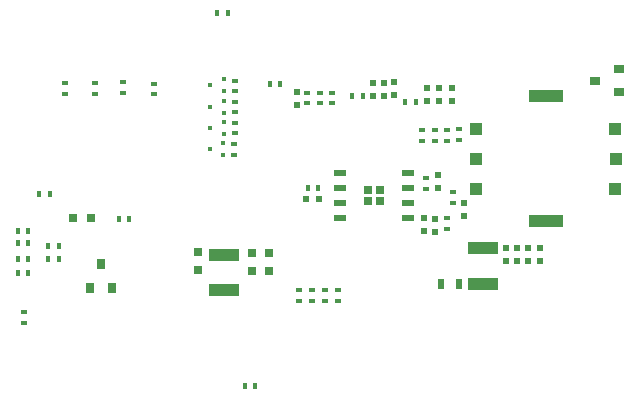
<source format=gbr>
G04 #@! TF.FileFunction,Paste,Bot*
%FSLAX46Y46*%
G04 Gerber Fmt 4.6, Leading zero omitted, Abs format (unit mm)*
G04 Created by KiCad (PCBNEW 4.0.6) date 10/14/17 16:46:59*
%MOMM*%
%LPD*%
G01*
G04 APERTURE LIST*
%ADD10C,0.100000*%
%ADD11R,0.500000X0.900000*%
%ADD12R,1.100000X1.000000*%
%ADD13R,3.000000X1.000000*%
%ADD14R,0.400000X0.600000*%
%ADD15R,0.440000X0.300000*%
%ADD16R,0.600000X0.400000*%
%ADD17R,0.500000X0.600000*%
%ADD18R,0.750000X0.800000*%
%ADD19R,0.600000X0.500000*%
%ADD20R,2.500000X1.000000*%
%ADD21R,0.700000X0.700000*%
%ADD22R,1.100000X0.500000*%
%ADD23R,0.900000X0.800000*%
%ADD24R,0.800000X0.750000*%
%ADD25R,0.800000X0.900000*%
G04 APERTURE END LIST*
D10*
D11*
X158762000Y-112204500D03*
X160262000Y-112204500D03*
D12*
X173540000Y-104140000D03*
X173590000Y-101600000D03*
X173540000Y-99060000D03*
X161740000Y-99060000D03*
X161740000Y-101600000D03*
X161740000Y-104140000D03*
D13*
X167640000Y-106900000D03*
X167640000Y-96300000D03*
D14*
X126434000Y-110109000D03*
X125534000Y-110109000D03*
D15*
X140343500Y-101274500D03*
X140343500Y-100274500D03*
X139183500Y-100774500D03*
D16*
X141351000Y-98546500D03*
X141351000Y-99446500D03*
X148526500Y-96906500D03*
X148526500Y-96006500D03*
X149542500Y-96006500D03*
X149542500Y-96906500D03*
X147447000Y-96906500D03*
X147447000Y-96006500D03*
D17*
X146558000Y-95991500D03*
X146558000Y-97091500D03*
D14*
X144266500Y-95313500D03*
X145166500Y-95313500D03*
D18*
X138239500Y-110986000D03*
X138239500Y-109486000D03*
D17*
X153035000Y-96266000D03*
X153035000Y-95166000D03*
X153924000Y-96266000D03*
X153924000Y-95166000D03*
X154813000Y-96244500D03*
X154813000Y-95144500D03*
X158623000Y-96710500D03*
X158623000Y-95610500D03*
D18*
X144208500Y-109613000D03*
X144208500Y-111113000D03*
D17*
X157607000Y-96752500D03*
X157607000Y-95652500D03*
X159702500Y-96689000D03*
X159702500Y-95589000D03*
D18*
X142811500Y-109613000D03*
X142811500Y-111113000D03*
D17*
X158305500Y-107780000D03*
X158305500Y-106680000D03*
X157353000Y-107738000D03*
X157353000Y-106638000D03*
D19*
X147341500Y-105029000D03*
X148441500Y-105029000D03*
D17*
X158559500Y-103018500D03*
X158559500Y-104118500D03*
X160718500Y-106468000D03*
X160718500Y-105368000D03*
D20*
X162369500Y-112180500D03*
X162369500Y-109180500D03*
D17*
X167132000Y-110278000D03*
X167132000Y-109178000D03*
X164274500Y-110299500D03*
X164274500Y-109199500D03*
X165227000Y-110299500D03*
X165227000Y-109199500D03*
X166179500Y-110278000D03*
X166179500Y-109178000D03*
D14*
X123830500Y-107696000D03*
X122930500Y-107696000D03*
X123830500Y-110109000D03*
X122930500Y-110109000D03*
X123830500Y-108775500D03*
X122930500Y-108775500D03*
D16*
X159766000Y-105352000D03*
X159766000Y-104452000D03*
X157543500Y-104145500D03*
X157543500Y-103245500D03*
D14*
X148405000Y-104076500D03*
X147505000Y-104076500D03*
D16*
X159258000Y-106611000D03*
X159258000Y-107511000D03*
D14*
X131503000Y-106743500D03*
X132403000Y-106743500D03*
X152146000Y-96266000D03*
X151246000Y-96266000D03*
X124772000Y-104584500D03*
X125672000Y-104584500D03*
D16*
X123507500Y-115506500D03*
X123507500Y-114606500D03*
X141351000Y-96774000D03*
X141351000Y-97674000D03*
X141351000Y-94985000D03*
X141351000Y-95885000D03*
D14*
X156660000Y-96774000D03*
X155760000Y-96774000D03*
X122930500Y-111315500D03*
X123830500Y-111315500D03*
X126439500Y-109029500D03*
X125539500Y-109029500D03*
X143071000Y-120840500D03*
X142171000Y-120840500D03*
D16*
X160337500Y-99118000D03*
X160337500Y-100018000D03*
X158242000Y-99181500D03*
X158242000Y-100081500D03*
X157162500Y-99181500D03*
X157162500Y-100081500D03*
X159258000Y-99181500D03*
X159258000Y-100081500D03*
D14*
X140721500Y-89281000D03*
X139821500Y-89281000D03*
D16*
X147828000Y-113607000D03*
X147828000Y-112707000D03*
X150050500Y-113607000D03*
X150050500Y-112707000D03*
X148971000Y-113607000D03*
X148971000Y-112707000D03*
X146748500Y-113607000D03*
X146748500Y-112707000D03*
D21*
X152606500Y-105219500D03*
D22*
X150206500Y-106624500D03*
X150206500Y-105354500D03*
X150206500Y-104084500D03*
X150206500Y-102814500D03*
X156006500Y-102814500D03*
X156006500Y-104084500D03*
X156006500Y-105354500D03*
X156006500Y-106624500D03*
D21*
X153606500Y-105219500D03*
X152606500Y-104219500D03*
X153606500Y-104219500D03*
D23*
X173847000Y-94046000D03*
X173847000Y-95946000D03*
X171847000Y-94996000D03*
D24*
X129147000Y-106616500D03*
X127647000Y-106616500D03*
D20*
X140398500Y-109712500D03*
X140398500Y-112712500D03*
D25*
X130932000Y-112522000D03*
X129032000Y-112522000D03*
X129982000Y-110522000D03*
D15*
X140398500Y-97710500D03*
X140398500Y-96710500D03*
X139238500Y-97210500D03*
X140415500Y-95877000D03*
X140415500Y-94877000D03*
X139255500Y-95377000D03*
X140407000Y-99496500D03*
X140407000Y-98496500D03*
X139247000Y-98996500D03*
D16*
X131889500Y-95117500D03*
X131889500Y-96017500D03*
X134493000Y-95244500D03*
X134493000Y-96144500D03*
X141287500Y-100388000D03*
X141287500Y-101288000D03*
X129476500Y-95181000D03*
X129476500Y-96081000D03*
X126936500Y-95181000D03*
X126936500Y-96081000D03*
M02*

</source>
